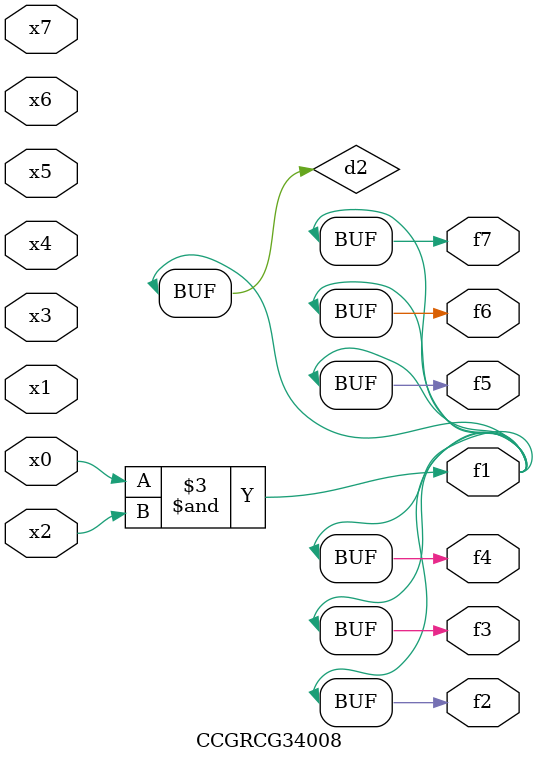
<source format=v>
module CCGRCG34008(
	input x0, x1, x2, x3, x4, x5, x6, x7,
	output f1, f2, f3, f4, f5, f6, f7
);

	wire d1, d2;

	nor (d1, x3, x6);
	and (d2, x0, x2);
	assign f1 = d2;
	assign f2 = d2;
	assign f3 = d2;
	assign f4 = d2;
	assign f5 = d2;
	assign f6 = d2;
	assign f7 = d2;
endmodule

</source>
